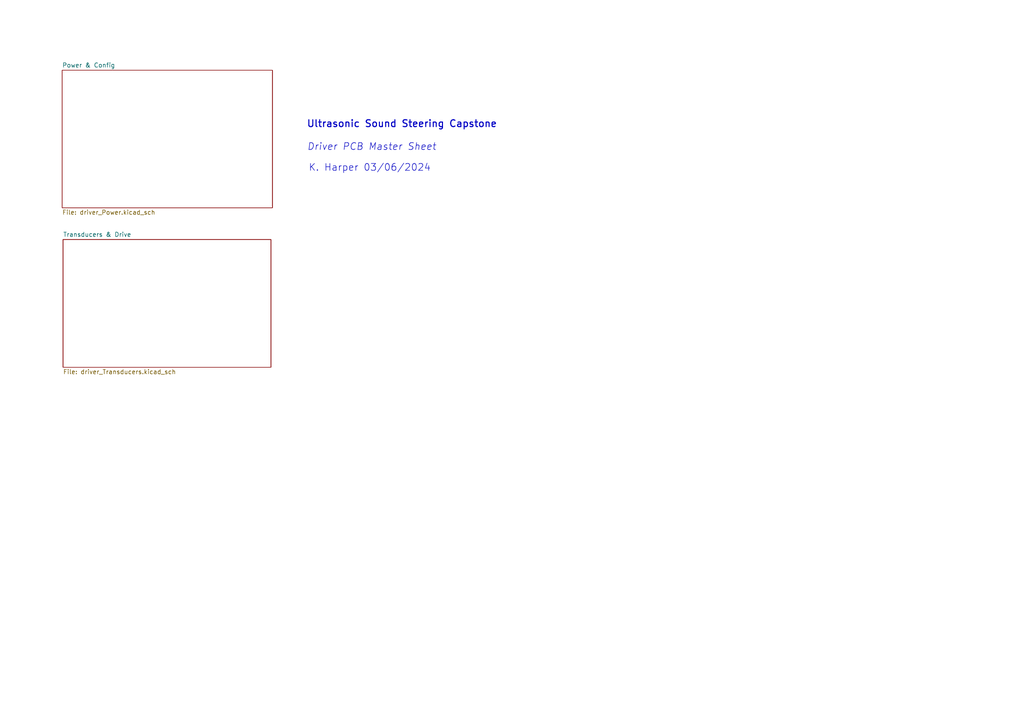
<source format=kicad_sch>
(kicad_sch (version 20211123) (generator eeschema)
  (paper "A4")
  (lib_symbols)
  (text "Driver PCB Master Sheet\n" (at 89.0524 43.8658 0) (effects (font (size 2 2) italic) (justify left bottom)))
  (text "Ultrasonic Sound Steering Capstone \n" (at 88.9 37.2364 0) (effects (font (size 2 2) (thickness 0.3) bold) (justify left bottom)))
  (text "K. Harper 03/06/2024" (at 89.4842 49.911 0) (effects (font (size 2 2)) (justify left bottom)))
  (sheet (at 18.288 69.469) (size 60.2996 37.0586) (stroke (width 0.1524))
    (property "Sheet name" "Transducers & Drive" (at 18.288 68.7574 0) (effects (justify left bottom)))
    (property "Sheet file" "driver_Transducers.kicad_sch" (at 18.288 107.1122 0) (effects (justify left top)))
  )
  (sheet (at 18.034 20.3708) (size 60.9854 39.9034) (stroke (width 0.1524))
    (property "Sheet name" "Power & Config" (at 18.034 19.6592 0) (effects (justify left bottom)))
    (property "Sheet file" "driver_Power.kicad_sch" (at 18.034 60.8588 0) (effects (justify left top)))
  )
)
</source>
